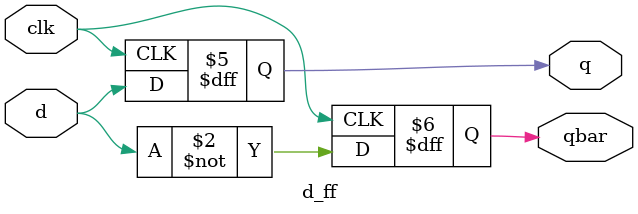
<source format=sv>
module d_ff (d,clk,q,qbar);
input d,clk;
output reg q = 0,qbar =1;

always @(posedge clk) begin
    q = d;
    qbar = ~q;
end
endmodule
</source>
